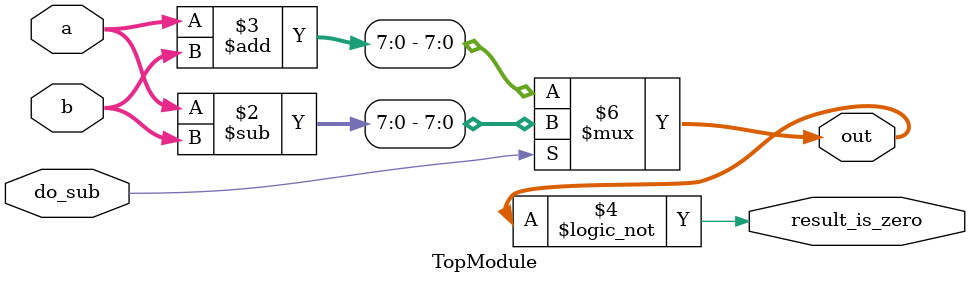
<source format=sv>

module TopModule (
  input do_sub,
  input [7:0] a,
  input [7:0] b,
  output reg [7:0] out,
  output reg result_is_zero
);
always @(*) begin
    // Use signed arithmetic for correct overflow handling
    if (do_sub) begin
        {out[7], out} = a - b;  // Handle signed subtraction with overflow
    end else begin
        {out[7], out} = a + b;  // Handle signed addition with overflow
    end

    // Correct zero flag logic: Check if all bits of 'out' are zero
    result_is_zero = (out == 8'b0000_0000);
end

endmodule

</source>
